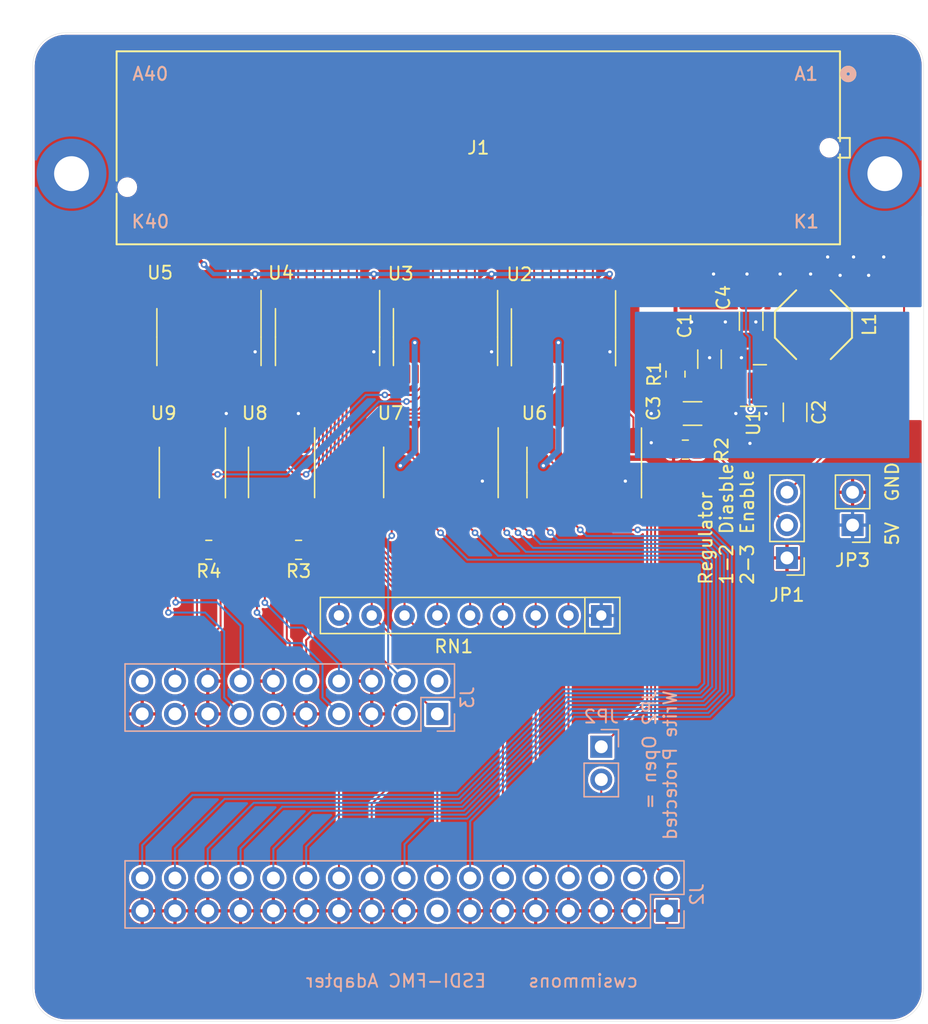
<source format=kicad_pcb>
(kicad_pcb (version 20221018) (generator pcbnew)
  (layers (0 "F.Cu" signal) (31 "B.Cu" signal) (34 "B.Paste" user) (35 "F.Paste" user) (36 "B.SilkS" user "B.Silkscreen") (37 "F.SilkS" user "F.Silkscreen") (38 "B.Mask" user) (39 "F.Mask" user) (44 "Edge.Cuts" user))
  (net 0 "")
  (net 1 "/FMC_12V")
  (net 4 "Net-(U1-SS)")
  (net 7 "GND")
  (net 8 "Net-(U1-VCC)")
  (net 11 "+5V")
  (net 12 "Net-(J1-PadD30)")
  (net 15 "/FMC_VADJ")
  (net 16 "/HEAD3_FMC")
  (net 19 "/HEAD2_FMC")
  (net 20 "/WRITE_GATE_FMC")
  (net 23 "/HEAD0_FMC")
  (net 24 "/HEAD1_FMC")
  (net 27 "/XFER_REQ_FMC")
  (net 28 "/DRIVE0_FMC")
  (net 31 "/DRIVE1_FMC")
  (net 32 "/DRIVE2_FMC")
  (net 34 "/READ_GATE_FMC")
  (net 35 "/CMD_DATA_FMC")
  (net 36 "/AME_FMC")
  (net 37 "/CONFIG_STAT_DATA_FMC")
  (net 39 "/XFER_ACK_FMC")
  (net 41 "/ATTN_FMC")
  (net 42 "/SECTOR_FMC")
  (net 45 "/INDEX_FMC")
  (net 46 "/READY_FMC")
  (net 49 "/DRIVE_SELECTED_FMC")
  (net 52 "/CMD_COMPLETE_FMC")
  (net 55 "/WRITE_CLOCK_FMC")
  (net 58 "/WRITE_DATA_FMC")
  (net 61 "/READ_CLOCK_FMC")
  (net 64 "/READ_DATA_FMC")
  (net 67 "/HEAD3")
  (net 69 "/HEAD2")
  (net 70 "Net-(J2-Pin_6)")
  (net 76 "/CONFIG_STAT_DATA")
  (net 78 "/XFER_ACK")
  (net 80 "/ATTN")
  (net 83 "/HEAD0")
  (net 87 "/SECTOR")
  (net 90 "/HEAD1")
  (net 93 "/INDEX")
  (net 96 "/READY")
  (net 99 "/XFER_REQ")
  (net 102 "/DRIVE0")
  (net 105 "/DRIVE1")
  (net 108 "/DRIVE2")
  (net 111 "/READ_GATE")
  (net 114 "/CMD_DATA")
  (net 117 "/DRIVE_SELECTED")
  (net 119 "/CMD_COMPLETE")
  (net 121 "/AME")
  (net 122 "/WRITE_CLOCK_P")
  (net 123 "/WRITE_CLOCK_N")
  (net 124 "/READ_CLOCK_P")
  (net 125 "/READ_CLOCK_N")
  (net 126 "/WRITE_DATA_P")
  (net 127 "/WRITE_DATA_N")
  (net 128 "/READ_DATA_P")
  (net 129 "/READ_DATA_N")
  (net 131 "Net-(JP1-Pin_2)")
  (net 132 "/WRITE_GATE")
  (net 133 "Net-(U1-LX)")
  (net 136 "Net-(U2-B8)")
  (net 137 "Net-(U2-B7)")
  (net 138 "Net-(U2-B6)")
  (net 139 "Net-(U2-B5)")
  (net 140 "Net-(U2-B4)")
  (net 141 "Net-(U2-B3)")
  (net 142 "Net-(U2-B2)")
  (net 143 "Net-(U2-B1)")
  (net 146 "Net-(U3-B6)")
  (net 147 "Net-(U3-B5)")
  (net 148 "Net-(U3-B4)")
  (net 149 "Net-(U3-B3)")
  (net 150 "Net-(U3-B2)")
  (net 151 "Net-(U3-B1)")
  (net 158 "Net-(U5-B2)")
  (net 159 "Net-(U5-B1)")
  (footprint "Package_SO:TSSOP-24_4.4x7.8mm_P0.65mm" (layer "F.Cu") (at 73.6317 74.3481 -90)
    (fp_text reference "U4")
    (fp_text value "~")
  )
  (footprint "Package_SO:SOIC-14_3.9x8.7mm_P1.27mm" (layer "F.Cu") (at 82.4137 84.8206 -90)
    (fp_text reference "U7")
    (fp_text value "74LS06")
  )
  (footprint "Connector_PinHeader_2.54mm:PinHeader_1x03_P2.54mm_Vertical" (layer "F.Cu") (at 109.22 91.44 180)
    (fp_text reference "JP1")
    (fp_text value "Enable")
  )
  (footprint "Resistor_THT:R_Array_SIP9" (layer "F.Cu") (at 94.8343 95.895 180)
    (fp_text reference "RN1")
    (fp_text value "R_Network08")
  )
  (footprint "Package_SO:SOIC-8_3.9x4.9mm_P1.27mm" (layer "F.Cu") (at 70.0693 84.8206 -90)
    (fp_text reference "U8")
    (fp_text value "~")
  )
  (footprint "Resistor_SMD:R_0805_2012Metric" (layer "F.Cu") (at 100.584 77.216 90)
    (fp_text reference "R1")
    (fp_text value "3p32M")
  )
  (footprint "Package_SO:TSSOP-24_4.4x7.8mm_P0.65mm" (layer "F.Cu") (at 82.7699 74.3481 -90)
    (fp_text reference "U3")
    (fp_text value "~")
  )
  (footprint "Package_DFN_QFN:TDFN-10-1EP_2x3mm_P0.5mm_EP0.9x2mm" (layer "F.Cu") (at 106.6217 78.0976)
    (fp_text reference "U1")
    (fp_text value "MAX17501BxTB")
  )
  (footprint "Package_SO:SOIC-14_3.9x8.7mm_P1.27mm" (layer "F.Cu") (at 93.5135 84.8318 -90)
    (fp_text reference "U6")
    (fp_text value "74LS06")
  )
  (footprint "Resistor_SMD:R_0805_2012Metric" (layer "F.Cu") (at 101.346 83.058)
    (fp_text reference "R2")
    (fp_text value "866k")
  )
  (footprint "Resistor_SMD:R_0805_2012Metric" (layer "F.Cu") (at 71.3882 90.815 180)
    (fp_text reference "R3")
    (fp_text value "105")
  )
  (footprint "Capacitor_SMD:C_1206_3216Metric" (layer "F.Cu") (at 103.2181 76.0594 90)
    (fp_text reference "C1")
    (fp_text value "1u")
  )
  (footprint "custom:CONN_ASP-134604-01_SAI" (layer "F.Cu") (at 85.3093 59.7)
    (fp_text reference "J1")
    (fp_text value "ASP-134604-01")
  )
  (footprint "custom:Inductor_Eaton_SD53" (layer "F.Cu") (at 111.2699 73.3906 90)
    (fp_text reference "L1")
    (fp_text value "47u")
  )
  (footprint "Resistor_SMD:R_0805_2012Metric" (layer "F.Cu") (at 64.4324 90.815 180)
    (fp_text reference "R4")
    (fp_text value "105")
  )
  (footprint "Capacitor_SMD:C_1206_3216Metric" (layer "F.Cu") (at 109.8475 80.1724 -90)
    (fp_text reference "C2")
    (fp_text value "3300p")
  )
  (footprint "Connector_PinHeader_2.54mm:PinHeader_1x02_P2.54mm_Vertical" (layer "F.Cu") (at 114.3 88.9 180)
    (fp_text reference "JP3")
    (fp_text value "5V")
  )
  (footprint "Package_SO:TSSOP-24_4.4x7.8mm_P0.65mm" (layer "F.Cu") (at 64.4461 74.3481 -90)
    (fp_text reference "U5")
    (fp_text value "~")
  )
  (footprint "Package_SO:SOIC-8_3.9x4.9mm_P1.27mm" (layer "F.Cu") (at 63.1605 84.8318 -90)
    (fp_text reference "U9")
    (fp_text value "~")
  )
  (footprint "Package_SO:TSSOP-24_4.4x7.8mm_P0.65mm" (layer "F.Cu") (at 91.9081 74.3635 -90)
    (fp_text reference "U2")
    (fp_text value "~")
  )
  (footprint "Capacitor_SMD:C_1206_3216Metric" (layer "F.Cu") (at 101.9048 80.264 180)
    (fp_text reference "C3")
    (fp_text value "1u")
  )
  (footprint "Capacitor_SMD:C_1206_3216Metric" (layer "F.Cu") (at 106.4439 73.1112 -90)
    (fp_text reference "C4")
    (fp_text value "10u")
  )
  (footprint "Connector_PinHeader_2.54mm:PinHeader_2x10_P2.54mm_Vertical" (layer "B.Cu") (at 82.1343 103.515 90)
    (fp_text reference "J3")
    (fp_text value "Conn_02x10_Odd_Even")
  )
  (footprint "Connector_PinHeader_2.54mm:PinHeader_2x17_P2.54mm_Vertical" (layer "B.Cu") (at 99.9143 118.755 90)
    (fp_text reference "J2")
    (fp_text value "Conn_02x17_Odd_Even")
  )
  (footprint "Connector_PinHeader_2.54mm:PinHeader_1x02_P2.54mm_Vertical" (layer "B.Cu") (at 94.8343 106.055 180)
    (fp_text reference "JP2")
    (fp_text value "WP")
  )
  (gr_arc (start 117.26 50.8) (mid 119.056051 51.543949) (end 119.8 53.34) (stroke (width 0.0254)) (layer "Edge.Cuts"))
  (gr_line (start 119.8 124.76) (end 119.8 53.34) (stroke (width 0.0254)) (layer "Edge.Cuts"))
  (gr_arc (start 53.34 127.3) (mid 51.543949 126.556051) (end 50.8 124.76) (stroke (width 0.0254)) (layer "Edge.Cuts"))
  (gr_arc (start 50.8 53.34) (mid 51.543949 51.543949) (end 53.34 50.8) (stroke (width 0.0254)) (layer "Edge.Cuts"))
  (gr_line (start 53.34 50.8) (end 117.26 50.8) (stroke (width 0.0254)) (layer "Edge.Cuts"))
  (gr_line (start 50.8 124.76) (end 50.8 53.34) (stroke (width 0.0254)) (layer "Edge.Cuts"))
  (gr_line (start 53.34 127.3) (end 117.26 127.3) (stroke (width 0.0254)) (layer "Edge.Cuts"))
  (gr_arc (start 119.8 124.76) (mid 119.056051 126.556051) (end 117.26 127.3) (stroke (width 0.0254)) (layer "Edge.Cuts"))
  (gr_text "JP2 Open =\nWrite Protected" (at 100.7618 101.6 90) (layer "B.SilkS") (effects (font (size 1 1)) (justify left bottom mirror)))
  (gr_text "cwsimmons	ESDI-FMC Adapter" (at 97.7646 124.7648) (layer "B.SilkS") (effects (font (size 1 1)) (justify left bottom mirror)))
  (gr_text "5V" (at 117.9576 90.5764 90) (layer "F.SilkS") (effects (font (size 1 1)) (justify left bottom)))
  (gr_text "Regulator\n1-2 Diasble\n2-3 Enable" (at 106.7308 93.599 90) (layer "F.SilkS") (effects (font (size 1 1)) (justify left bottom)))
  (gr_text "GND" (at 117.9576 87.1728 90) (layer "F.SilkS") (effects (font (size 1 1)) (justify left bottom)))
  (segment (start 111.252 66.3448) (end 109.6264 67.9704) (width 0.3048) (layer "F.Cu") (net 1))
  (segment (start 64.3543 55.5591) (end 66.8943 55.5591) (width 0.3048) (layer "F.Cu") (net 1))
  (segment (start 109.6264 67.9704) (end 101.4984 67.9704) (width 0.3048) (layer "F.Cu") (net 1))
  (segment (start 118.2878 67.3862) (end 117.2464 66.3448) (width 0.1524) (layer "F.Cu") (net 1))
  (segment (start 110.5154 54.864) (end 111.252 55.6006) (width 0.3048) (layer "F.Cu") (net 1))
  (segment (start 66.8943 55.5591) (end 67.564 54.8894) (width 0.3048) (layer "F.Cu") (net 1))
  (segment (start 105.6092 77.5976) (end 103.2813 77.5976) (width 0.254) (layer "F.Cu") (net 1))
  (segment (start 101.4984 67.9704) (end 100.584 68.8848) (width 0.3048) (layer "F.Cu") (net 1))
  (segment (start 103.2813 77.5976) (end 103.2181 77.5344) (width 0.254) (layer "F.Cu") (net 1))
  (segment (start 109.22 86.36) (end 118.2878 77.2922) (width 0.1524) (layer "F.Cu") (net 1))
  (segment (start 64.3543 56.525) (end 64.3543 55.5591) (width 0.3048) (layer "F.Cu") (net 1))
  (segment (start 100.584 68.8848) (end 100.584 76.3035) (width 0.3048) (layer "F.Cu") (net 1))
  (segment (start 101.9872 76.3035) (end 103.2181 77.5344) (width 0.254) (layer "F.Cu") (net 1))
  (segment (start 118.2878 77.2922) (end 118.2878 67.3862) (width 0.1524) (layer "F.Cu") (net 1))
  (segment (start 66.8943 56.525) (end 66.8943 55.5591) (width 0.3048) (layer "F.Cu") (net 1))
  (segment (start 100.584 76.3035) (end 101.9872 76.3035) (width 0.254) (layer "F.Cu") (net 1))
  (segment (start 111.252 55.6006) (end 111.252 66.3448) (width 0.3048) (layer "F.Cu") (net 1))
  (segment (start 67.564 54.864) (end 110.5154 54.864) (width 0.3048) (layer "F.Cu") (net 1))
  (segment (start 67.564 54.8894) (end 67.564 54.864) (width 0.3048) (layer "F.Cu") (net 1))
  (segment (start 117.2464 66.3448) (end 111.252 66.3448) (width 0.1524) (layer "F.Cu") (net 1))
  (segment (start 107.6342 79.0976) (end 109.4473 79.0976) (width 0.254) (layer "F.Cu") (net 4))
  (segment (start 109.4473 79.0976) (end 109.8475 78.6974) (width 0.254) (layer "F.Cu") (net 4))
  (segment (start 89.7035 82.3568) (end 89.7035 83.6583) (width 0.4572) (layer "F.Cu") (net 7))
  (segment (start 103.2181 75.9385) (end 103.2256 75.946) (width 0.1524) (layer "F.Cu") (net 7))
  (segment (start 89.7035 83.6583) (end 90.3478 84.3026) (width 0.4572) (layer "F.Cu") (net 7))
  (segment (start 106.6217 78.0976) (end 106.6217 79.0976) (width 0.254) (layer "F.Cu") (net 7))
  (segment (start 107.1217 77.5976) (end 106.6217 78.0976) (width 0.254) (layer "F.Cu") (net 7))
  (segment (start 107.6342 77.5976) (end 107.1217 77.5976) (width 0.254) (layer "F.Cu") (net 7))
  (segment (start 78.6037 82.3456) (end 78.6037 83.6329) (width 0.4572) (layer "F.Cu") (net 7))
  (segment (start 78.6037 83.6329) (end 79.2734 84.3026) (width 0.4572) (layer "F.Cu") (net 7))
  (via (at 80.391 74.7776) (size 0.508) (drill 0.254) (layers "F.Cu" "B.Cu") (net 7))
  (via (at 105.6894 75.946) (size 0.508) (drill 0.254) (layers "F.Cu" "B.Cu") (net 7))
  (via (at 98.7044 80.264) (size 0.508) (drill 0.254) (layers "F.Cu" "B.Cu") (net 7))
  (via (at 91.5162 74.7776) (size 0.508) (drill 0.254) (layers "F.Cu" "B.Cu") (net 7))
  (via (at 106.807 73.1774) (size 0.508) (drill 0.254) (layers "F.Cu" "B.Cu") (net 7))
  (via (at 105.2576 80.264) (size 0.508) (drill 0.254) (layers "F.Cu" "B.Cu") (net 7))
  (via (at 103.2256 75.946) (size 0.508) (drill 0.254) (layers "F.Cu" "B.Cu") (net 7))
  (via (at 116.8 61.7) (size 5.4) (drill 2.7) (layers "F.Cu" "B.Cu") (net 7))
  (via (at 101.8286 73.1774) (size 0.508) (drill 0.254) (layers "F.Cu" "B.Cu") (net 7))
  (via (at 106.3498 82.5754) (size 0.508) (drill 0.254) (layers "F.Cu" "B.Cu") (net 7))
  (via (at 107.5944 80.264) (size 0.508) (drill 0.254) (layers "F.Cu" "B.Cu") (net 7))
  (via (at 90.3478 84.3026) (size 0.508) (drill 0.254) (layers "F.Cu" "B.Cu") (net 7))
  (via (at 79.2734 84.3026) (size 0.508) (drill 0.254) (layers "F.Cu" "B.Cu") (net 7))
  (via (at 104.4448 73.1774) (size 0.508) (drill 0.254) (layers "F.Cu" "B.Cu") (net 7))
  (via (at 53.8 61.7) (size 5.4) (drill 2.7) (layers "F.Cu" "B.Cu") (net 7))
  (via (at 98.7044 82.5246) (size 0.508) (drill 0.254) (layers "F.Cu" "B.Cu") (net 7))
  (segment (start 79.2734 84.3026) (end 80.3817 83.1943) (width 0.4572) (layer "B.Cu") (net 7))
  (segment (start 91.5162 83.1342) (end 91.5162 74.7776) (width 0.4572) (layer "B.Cu") (net 7))
  (segment (start 90.3478 84.3026) (end 91.5162 83.1342) (width 0.4572) (layer "B.Cu") (net 7))
  (segment (start 80.3817 83.1943) (end 80.3817 74.7869) (width 0.4572) (layer "B.Cu") (net 7))
  (segment (start 80.3817 74.7869) (end 80.391 74.7776) (width 0.4572) (layer "B.Cu") (net 7))
  (segment (start 103.393936 80.264) (end 103.3798 80.264) (width 0.254) (layer "F.Cu") (net 8))
  (segment (start 105.060336 78.5976) (end 103.393936 80.264) (width 0.254) (layer "F.Cu") (net 8))
  (segment (start 105.6092 78.5976) (end 105.060336 78.5976) (width 0.254) (layer "F.Cu") (net 8))
  (segment (start 97.3235 86.1221) (end 96.6978 85.4964) (width 0.4572) (layer "F.Cu") (net 11))
  (segment (start 65.0655 80.9845) (end 65.786 80.264) (width 0.4572) (layer "F.Cu") (net 11))
  (segment (start 94.8331 77.226) (end 94.8331 76.1597) (width 0.254) (layer "F.Cu") (net 11))
  (segment (start 97.3235 87.3068) (end 97.3235 86.1221) (width 0.4572) (layer "F.Cu") (net 11))
  (segment (start 77.2067 75.4981) (end 77.216 75.4888) (width 0.254) (layer "F.Cu") (net 11))
  (segment (start 105.6092 79.117) (end 106.4006 79.9084) (width 0.1524) (layer "F.Cu") (net 11))
  (segment (start 77.2067 77.2106) (end 77.2067 75.4981) (width 0.254) (layer "F.Cu") (net 11))
  (segment (start 65.0655 82.3568) (end 65.0655 80.9845) (width 0.4572) (layer "F.Cu") (net 11))
  (segment (start 68.0211 77.2106) (end 68.0211 75.4889) (width 0.254) (layer "F.Cu") (net 11))
  (segment (start 85.6949 77.2106) (end 85.6949 76.1285) (width 0.254) (layer "F.Cu") (net 11))
  (segment (start 94.8331 76.1597) (end 95.504 75.4888) (width 0.254) (layer "F.Cu") (net 11))
  (segment (start 71.9743 80.8643) (end 71.374 80.264) (width 0.4572) (layer "F.Cu") (net 11))
  (segment (start 71.9743 82.3456) (end 71.9743 80.8643) (width 0.4572) (layer "F.Cu") (net 11))
  (segment (start 67.3711 77.2106) (end 67.3711 76.1389) (width 0.254) (layer "F.Cu") (net 11))
  (segment (start 76.5567 77.2106) (end 76.5567 76.1481) (width 0.254) (layer "F.Cu") (net 11))
  (segment (start 85.6949 76.1285) (end 86.3346 75.4888) (width 0.254) (layer "F.Cu") (net 11))
  (segment (start 86.2237 86.0967) (end 85.6234 85.4964) (width 0.4572) (layer "F.Cu") (net 11))
  (segment (start 76.5567 76.1481) (end 77.216 75.4888) (width 0.254) (layer "F.Cu") (net 11))
  (segment (start 86.3449 77.2106) (end 86.3449 75.4991) (width 0.254) (layer "F.Cu") (net 11))
  (segment (start 95.4831 77.226) (end 95.4831 75.5097) (width 0.254) (layer "F.Cu") (net 11))
  (segment (start 67.3711 76.1389) (end 68.0212 75.4888) (width 0.254) (layer "F.Cu") (net 11))
  (segment (start 105.6092 79.0976) (end 105.6092 79.117) (width 0.1524) (layer "F.Cu") (net 11))
  (segment (start 86.3449 75.4991) (end 86.3346 75.4888) (width 0.254) (layer "F.Cu") (net 11))
  (segment (start 95.4831 75.5097) (end 95.504 75.4888) (width 0.254) (layer "F.Cu") (net 11))
  (segment (start 86.2237 87.2956) (end 86.2237 86.0967) (width 0.4572) (layer "F.Cu") (net 11))
  (segment (start 68.0211 75.4889) (end 68.0212 75.4888) (width 0.254) (layer "F.Cu") (net 11))
  (via (at 108.6866 69.469) (size 0.508) (drill 0.254) (layers "F.Cu" "B.Cu") (net 11))
  (via (at 77.216 75.4888) (size 0.508) (drill 0.254) (layers "F.Cu" "B.Cu") (net 11))
  (via (at 86.3346 75.4888) (size 0.508) (drill 0.254) (layers "F.Cu" "B.Cu") (net 11))
  (via (at 85.6234 85.4964) (size 0.508) (drill 0.254) (layers "F.Cu" "B.Cu") (net 11))
  (via (at 71.374 80.264) (size 0.508) (drill 0.254) (layers "F.Cu" "B.Cu") (net 11))
  (via (at 114.3762 68.1482) (size 0.508) (drill 0.254) (layers "F.Cu" "B.Cu") (net 11))
  (via (at 103.5304 69.469) (size 0.508) (drill 0.254) (layers "F.Cu" "B.Cu") (net 11))
  (via (at 112.3696 68.1482) (size 0.508) (drill 0.254) (layers "F.Cu" "B.Cu") (net 11))
  (via (at 111.0488 69.469) (size 0.508) (drill 0.254) (layers "F.Cu" "B.Cu") (net 11))
  (via (at 116.713 68.1482) (size 0.508) (drill 0.254) (layers "F.Cu" "B.Cu") (net 11))
  (via (at 113.3348 69.5706) (size 0.508) (drill 0.254) (layers "F.Cu" "B.Cu") (net 11))
  (via (at 96.6978 85.4964) (size 0.508) (drill 0.254) (layers "F.Cu" "B.Cu") (net 11))
  (via (at 106.1212 69.469) (size 0.508) (drill 0.254) (layers "F.Cu" "B.Cu") (net 11))
  (via (at 95.504 75.4888) (size 0.508) (drill 0.254) (layers "F.Cu" "B.Cu") (net 11))
  (via (at 106.4006 79.9084) (size 0.508) (drill 0.254) (layers "F.Cu" "B.Cu") (net 11))
  (via (at 68.0212 75.4888) (size 0.508) (drill 0.254) (layers "F.Cu" "B.Cu") (net 11))
  (via (at 65.786 80.264) (size 0.508) (drill 0.254) (layers "F.Cu" "B.Cu") (net 11))
  (via (at 115.5446 69.5706) (size 0.508) (drill 0.254) (layers "F.Cu" "B.Cu") (net 11))
  (segment (start 106.3244 74.3458) (end 106.045 74.0664) (width 0.1524) (layer "B.Cu") (net 11))
  (segment (start 106.045 74.0664) (end 106.045 69.5452) (width 0.1524) (layer "B.Cu") (net 11))
  (segment (start 106.3244 79.8322) (end 106.3244 74.3458) (width 0.1524) (layer "B.Cu") (net 11))
  (segment (start 106.4006 79.9084) (end 106.3244 79.8322) (width 0.1524) (layer "B.Cu") (net 11))
  (segment (start 106.045 69.5452) (end 106.1212 69.469) (width 0.1524) (layer "B.Cu") (net 11))
  (segment (start 71.9743 57.795) (end 73.2443 57.795) (width 0.1524) (layer "F.Cu") (net 12))
  (segment (start 68.0211 69.4691) (end 68.0212 69.469) (width 0.3048) (layer "F.Cu") (net 15))
  (segment (start 77.2067 69.4783) (end 77.216 69.469) (width 0.3048) (layer "F.Cu") (net 15))
  (segment (start 95.4831 69.4735) (end 95.4786 69.469) (width 0.3048) (layer "F.Cu") (net 15))
  (segment (start 64.0588 68.7324) (end 60.5443 65.2179) (width 0.3048) (layer "F.Cu") (net 15))
  (segment (start 94.8331 71.501) (end 94.8331 70.1145) (width 0.3048) (layer "F.Cu") (net 15))
  (segment (start 60.5443 62.875) (end 61.8143 61.605) (width 0.3048) (layer "F.Cu") (net 15))
  (segment (start 86.3449 71.4856) (end 86.3449 69.4793) (width 0.3048) (layer "F.Cu") (net 15))
  (segment (start 68.0211 71.4856) (end 68.0211 69.4691) (width 0.3048) (layer "F.Cu") (net 15))
  (segment (start 85.6949 70.1087) (end 86.3346 69.469) (width 0.3048) (layer "F.Cu") (net 15))
  (segment (start 86.3449 69.4793) (end 86.3346 69.469) (width 0.3048) (layer "F.Cu") (net 15))
  (segment (start 60.5443 65.2179) (end 60.5443 62.875) (width 0.3048) (layer "F.Cu") (net 15))
  (segment (start 95.4831 71.501) (end 95.4831 69.4735) (width 0.3048) (layer "F.Cu") (net 15))
  (segment (start 77.2067 71.4856) (end 77.2067 69.4783) (width 0.3048) (layer "F.Cu") (net 15))
  (segment (start 94.8331 70.1145) (end 95.4786 69.469) (width 0.3048) (layer "F.Cu") (net 15))
  (segment (start 85.6949 71.4856) (end 85.6949 70.1087) (width 0.3048) (layer "F.Cu") (net 15))
  (via (at 95.4786 69.469) (size 0.508) (drill 0.254) (layers "F.Cu" "B.Cu") (net 15))
  (via (at 86.3346 69.469) (size 0.508) (drill 0.254) (layers "F.Cu" "B.Cu") (net 15))
  (via (at 64.0588 68.7324) (size 0.508) (drill 0.254) (layers "F.Cu" "B.Cu") (net 15))
  (via (at 77.216 69.469) (size 0.508) (drill 0.254) (layers "F.Cu" "B.Cu") (net 15))
  (via (at 68.0212 69.469) (size 0.508) (drill 0.254) (layers "F.Cu" "B.Cu") (net 15))
  (segment (start 64.7954 69.469) (end 64.0588 68.7324) (width 0.3048) (layer "B.Cu") (net 15))
  (segment (start 77.216 69.469) (end 68.0212 69.469) (width 0.3048) (layer "B.Cu") (net 15))
  (segment (start 68.0212 69.469) (end 64.7954 69.469) (width 0.3048) (layer "B.Cu") (net 15))
  (segment (start 95.4786 69.469) (end 86.3346 69.469) (width 0.3048) (layer "B.Cu") (net 15))
  (segment (start 86.3346 69.469) (end 77.216 69.469) (width 0.3048) (layer "B.Cu") (net 15))
  (segment (start 96.1043 61.605) (end 95.4693 62.24) (width 0.1524) (layer "F.Cu") (net 16))
  (segment (start 94.1831 66.9552) (end 94.1831 71.501) (width 0.1524) (layer "F.Cu") (net 16))
  (segment (start 95.4693 65.669) (end 94.1831 66.9552) (width 0.1524) (layer "F.Cu") (net 16))
  (segment (start 95.4693 62.24) (end 95.4693 65.669) (width 0.1524) (layer "F.Cu") (net 16))
  (segment (start 94.8343 65.6182) (end 93.5331 66.9194) (width 0.1524) (layer "F.Cu") (net 19))
  (segment (start 93.5331 66.9194) (end 93.5331 71.501) (width 0.1524) (layer "F.Cu") (net 19))
  (segment (start 94.8343 62.875) (end 94.8343 65.6182) (width 0.1524) (layer "F.Cu") (net 19))
  (segment (start 94.1993 62.24) (end 94.1993 65.669) (width 0.1524) (layer "F.Cu") (net 20))
  (segment (start 94.8343 61.605) (end 94.1993 62.24) (width 0.1524) (layer "F.Cu") (net 20))
  (segment (start 92.8831 66.9852) (end 92.8831 71.501) (width 0.1524) (layer "F.Cu") (net 20))
  (segment (start 94.1993 65.669) (end 92.8831 66.9852) (width 0.1524) (layer "F.Cu") (net 20))
  (segment (start 93.5643 65.669) (end 92.2331 67.0002) (width 0.1524) (layer "F.Cu") (net 23))
  (segment (start 93.5643 62.875) (end 93.5643 65.669) (width 0.1524) (layer "F.Cu") (net 23))
  (segment (start 92.2331 67.0002) (end 92.2331 71.501) (width 0.1524) (layer "F.Cu") (net 23))
  (segment (start 91.5831 67.0406) (end 91.5831 71.501) (width 0.1524) (layer "F.Cu") (net 24))
  (segment (start 91.6593 66.9644) (end 91.5831 67.0406) (width 0.1524) (layer "F.Cu") (net 24))
  (segment (start 92.2943 61.605) (end 91.6593 62.24) (width 0.1524) (layer "F.Cu") (net 24))
  (segment (start 91.6593 62.24) (end 91.6593 66.9644) (width 0.1524) (layer "F.Cu") (net 24))
  (segment (start 91.0243 62.875) (end 91.0243 66.9644) (width 0.1524) (layer "F.Cu") (net 27))
  (segment (start 90.9331 67.0556) (end 90.9331 71.501) (width 0.1524) (layer "F.Cu") (net 27))
  (segment (start 91.0243 66.9644) (end 90.9331 67.0556) (width 0.1524) (layer "F.Cu") (net 27))
  (segment (start 90.2831 67.0452) (end 90.2831 71.501) (width 0.1524) (layer "F.Cu") (net 28))
  (segment (start 90.3893 62.24) (end 90.3893 66.939) (width 0.1524) (layer "F.Cu") (net 28))
  (segment (start 91.0243 61.605) (end 90.3893 62.24) (width 0.1524) (layer "F.Cu") (net 28))
  (segment (start 90.3893 66.939) (end 90.2831 67.0452) (width 0.1524) (layer "F.Cu") (net 28))
  (segment (start 89.6331 67.0094) (end 89.6331 71.501) (width 0.1524) (layer "F.Cu") (net 31))
  (segment (start 89.7543 62.875) (end 89.7543 66.8882) (width 0.1524) (layer "F.Cu") (net 31))
  (segment (start 89.7543 66.8882) (end 89.6331 67.0094) (width 0.1524) (layer "F.Cu") (net 31))
  (segment (start 85.0449 68.4734) (end 85.0449 71.4856) (width 0.1524) (layer "F.Cu") (net 32))
  (segment (start 88.4843 61.605) (end 87.8493 62.24) (width 0.1524) (layer "F.Cu") (net 32))
  (segment (start 87.8493 65.669) (end 85.0449 68.4734) (width 0.1524) (layer "F.Cu") (net 32))
  (segment (start 87.8493 62.24) (end 87.8493 65.669) (width 0.1524) (layer "F.Cu") (net 32))
  (segment (start 87.2143 65.669) (end 84.3949 68.4884) (width 0.1524) (layer "F.Cu") (net 34))
  (segment (start 87.2143 62.875) (end 87.2143 65.669) (width 0.1524) (layer "F.Cu") (net 34))
  (segment (start 84.3949 68.4884) (end 84.3949 71.4856) (width 0.1524) (layer "F.Cu") (net 34))
  (segment (start 83.7449 68.5034) (end 83.7449 71.4856) (width 0.1524) (layer "F.Cu") (net 35))
  (segment (start 86.5793 62.24) (end 86.5793 65.669) (width 0.1524) (layer "F.Cu") (net 35))
  (segment (start 87.2143 61.605) (end 86.5793 62.24) (width 0.1524) (layer "F.Cu") (net 35))
  (segment (start 86.5793 65.669) (end 83.7449 68.5034) (width 0.1524) (layer "F.Cu") (net 35))
  (segment (start 85.9443 65.6436) (end 83.0949 68.493) (width 0.1524) (layer "F.Cu") (net 36))
  (segment (start 83.0949 68.493) (end 83.0949 71.4856) (width 0.1524) (layer "F.Cu") (net 36))
  (segment (start 85.9443 62.875) (end 85.9443 65.6436) (width 0.1524) (layer "F.Cu") (net 36))
  (segment (start 76.4193 68.0058) (end 75.9067 68.5184) (width 0.1524) (layer "F.Cu") (net 37))
  (segment (start 75.9067 68.5184) (end 75.9067 71.4856) (width 0.1524) (layer "F.Cu") (net 37))
  (segment (start 76.4193 62.24) (end 76.4193 68.0058) (width 0.1524) (layer "F.Cu") (net 37))
  (segment (start 77.0543 61.605) (end 76.4193 62.24) (width 0.1524) (layer "F.Cu") (net 37))
  (segment (start 75.7843 62.875) (end 75.7843 67.9296) (width 0.1524) (layer "F.Cu") (net 39))
  (segment (start 75.7843 67.9296) (end 75.2567 68.4572) (width 0.1524) (layer "F.Cu") (net 39))
  (segment (start 75.2567 68.4572) (end 75.2567 71.4856) (width 0.1524) (layer "F.Cu") (net 39))
  (segment (start 75.7843 61.605) (end 75.1493 62.24) (width 0.1524) (layer "F.Cu") (net 41))
  (segment (start 74.6067 68.3706) (end 74.6067 71.4856) (width 0.1524) (layer "F.Cu") (net 41))
  (segment (start 75.1493 67.828) (end 74.6067 68.3706) (width 0.1524) (layer "F.Cu") (net 41))
  (segment (start 75.1493 62.24) (end 75.1493 67.828) (width 0.1524) (layer "F.Cu") (net 41))
  (segment (start 74.5143 62.875) (end 74.5143 67.7772) (width 0.1524) (layer "F.Cu") (net 42))
  (segment (start 73.9567 68.3348) (end 73.9567 71.4856) (width 0.1524) (layer "F.Cu") (net 42))
  (segment (start 74.5143 67.7772) (end 73.9567 68.3348) (width 0.1524) (layer "F.Cu") (net 42))
  (segment (start 72.6093 67.6248) (end 73.3067 68.3222) (width 0.1524) (layer "F.Cu") (net 45))
  (segment (start 72.6093 62.24) (end 72.6093 67.6248) (width 0.1524) (layer "F.Cu") (net 45))
  (segment (start 73.3067 68.3222) (end 73.3067 71.4856) (width 0.1524) (layer "F.Cu") (net 45))
  (segment (start 73.2443 61.605) (end 72.6093 62.24) (width 0.1524) (layer "F.Cu") (net 45))
  (segment (start 72.6567 68.4342) (end 71.9743 67.7518) (width 0.1524) (layer "F.Cu") (net 46))
  (segment (start 71.9743 67.7518) (end 71.9743 62.875) (width 0.1524) (layer "F.Cu") (net 46))
  (segment (start 72.6567 71.4856) (end 72.6567 68.4342) (width 0.1524) (layer "F.Cu") (net 46))
  (segment (start 71.3393 67.8788) (end 72.0067 68.5462) (width 0.1524) (layer "F.Cu") (net 49))
  (segment (start 71.3393 62.24) (end 71.3393 67.8788) (width 0.1524) (layer "F.Cu") (net 49))
  (segment (start 71.9743 61.605) (end 71.3393 62.24) (width 0.1524) (layer "F.Cu") (net 49))
  (segment (start 72.0067 68.5462) (end 72.0067 71.4856) (width 0.1524) (layer "F.Cu") (net 49))
  (segment (start 71.3567 68.7344) (end 71.3567 71.4856) (width 0.1524) (layer "F.Cu") (net 52))
  (segment (start 70.7043 62.875) (end 70.7043 68.082) (width 0.1524) (layer "F.Cu") (net 52))
  (segment (start 70.7043 68.082) (end 71.3567 68.7344) (width 0.1524) (layer "F.Cu") (net 52))
  (segment (start 83.4043 67.4724) (end 82.4449 68.4318) (width 0.1524) (layer "F.Cu") (net 55))
  (segment (start 83.4043 62.875) (end 83.4043 67.4724) (width 0.1524) (layer "F.Cu") (net 55))
  (segment (start 82.4449 68.4318) (end 82.4449 71.4856) (width 0.1524) (layer "F.Cu") (net 55))
  (segment (start 79.5943 62.875) (end 79.5943 65.5166) (width 0.1524) (layer "F.Cu") (net 58))
  (segment (start 79.5943 65.5166) (end 79.5689 65.542) (width 0.1524) (layer "F.Cu") (net 58))
  (segment (start 81.7949 67.768) (end 81.7949 71.4856) (width 0.1524) (layer "F.Cu") (net 58))
  (segment (start 79.5689 65.542) (end 81.7949 67.768) (width 0.1524) (layer "F.Cu") (net 58))
  (segment (start 66.7211 67.1376) (end 66.7211 71.4856) (width 0.1524) (layer "F.Cu") (net 61))
  (segment (start 68.1643 62.875) (end 68.1643 65.6944) (width 0.1524) (layer "F.Cu") (net 61))
  (segment (start 68.1643 65.6944) (end 66.7211 67.1376) (width 0.1524) (layer "F.Cu") (net 61))
  (segment (start 66.0711 67.3096) (end 66.0711 71.4856) (width 0.1524) (layer "F.Cu") (net 64))
  (segment (start 64.3543 65.5928) (end 66.0711 67.3096) (width 0.1524) (layer "F.Cu") (net 64))
  (segment (start 64.3543 62.875) (end 64.3543 65.5928) (width 0.1524) (layer "F.Cu") (net 64))
  (segment (start 98.211004 84.1856) (end 98.9999 84.974496) (width 0.1524) (layer "F.Cu") (net 67))
  (segment (start 96.0535 83.3318) (end 96.9073 84.1856) (width 0.1524) (layer "F.Cu") (net 67))
  (segment (start 96.0535 82.3568) (end 96.0535 83.3318) (width 0.1524) (layer "F.Cu") (net 67))
  (segment (start 98.9999 115.3006) (end 99.9143 116.215) (width 0.1524) (layer "F.Cu") (net 67))
  (segment (start 96.9073 84.1856) (end 98.211004 84.1856) (width 0.1524) (layer "F.Cu") (net 67))
  (segment (start 98.9999 84.974496) (end 98.9999 115.3006) (width 0.1524) (layer "F.Cu") (net 67))
  (segment (start 98.6951 114.8942) (end 97.3743 116.215) (width 0.1524) (layer "F.Cu") (net 69))
  (segment (start 93.5135 82.3568) (end 93.5135 83.3728) (width 0.1524) (layer "F.Cu") (net 69))
  (segment (start 98.6951 85.100748) (end 98.6951 114.8942) (width 0.1524) (layer "F.Cu") (net 69))
  (segment (start 93.5135 83.3728) (end 94.6311 84.4904) (width 0.1524) (layer "F.Cu") (net 69))
  (segment (start 98.084752 84.4904) (end 98.6951 85.100748) (width 0.1524) (layer "F.Cu") (net 69))
  (segment (start 94.6311 84.4904) (end 98.084752 84.4904) (width 0.1524) (layer "F.Cu") (net 69))
  (segment (start 94.8343 108.595) (end 94.8343 116.215) (width 0.1524) (layer "F.Cu") (net 70))
  (segment (start 92.2943 95.895) (end 92.2943 116.215) (width 0.1524) (layer "F.Cu") (net 76))
  (segment (start 75.0985 88.000836) (end 79.309664 92.212) (width 0.1524) (layer "F.Cu") (net 76))
  (segment (start 79.309664 92.212) (end 91.2529 92.212) (width 0.1524) (layer "F.Cu") (net 76))
  (segment (start 75.2567 78.3886) (end 75.0985 78.5468) (width 0.1524) (layer "F.Cu") (net 76))
  (segment (start 75.0985 78.5468) (end 75.0985 88.000836) (width 0.1524) (layer "F.Cu") (net 76))
  (segment (start 92.2943 93.2534) (end 92.2943 95.895) (width 0.1524) (layer "F.Cu") (net 76))
  (segment (start 91.2529 92.212) (end 92.2943 93.2534) (width 0.1524) (layer "F.Cu") (net 76))
  (segment (start 75.2567 77.2106) (end 75.2567 78.3886) (width 0.1524) (layer "F.Cu") (net 76))
  (segment (start 74.6067 77.2106) (end 74.6067 77.9481) (width 0.1524) (layer "F.Cu") (net 78))
  (segment (start 74.6067 77.9481) (end 74.7937 78.1351) (width 0.1524) (layer "F.Cu") (net 78))
  (segment (start 88.7129 92.5168) (end 89.7543 93.5582) (width 0.1524) (layer "F.Cu") (net 78))
  (segment (start 89.7543 93.5582) (end 89.7543 95.895) (width 0.1524) (layer "F.Cu") (net 78))
  (segment (start 74.7937 88.127088) (end 79.183412 92.5168) (width 0.1524) (layer "F.Cu") (net 78))
  (segment (start 79.183412 92.5168) (end 88.7129 92.5168) (width 0.1524) (layer "F.Cu") (net 78))
  (segment (start 74.7937 78.1351) (end 74.7937 88.127088) (width 0.1524) (layer "F.Cu") (net 78))
  (segment (start 89.7543 95.895) (end 89.7543 116.215) (width 0.1524) (layer "F.Cu") (net 78))
  (segment (start 74.4889 78.699248) (end 74.4889 88.25334) (width 0.1524) (layer "F.Cu") (net 80))
  (segment (start 85.8935 92.8216) (end 87.2143 94.1424) (width 0.1524) (layer "F.Cu") (net 80))
  (segment (start 74.4889 88.25334) (end 79.05716 92.8216) (width 0.1524) (layer "F.Cu") (net 80))
  (segment (start 87.2143 94.1424) (end 87.2143 95.895) (width 0.1524) (layer "F.Cu") (net 80))
  (segment (start 79.05716 92.8216) (end 85.8935 92.8216) (width 0.1524) (layer "F.Cu") (net 80))
  (segment (start 73.9567 78.167048) (end 74.4889 78.699248) (width 0.1524) (layer "F.Cu") (net 80))
  (segment (start 87.2143 95.895) (end 87.2143 116.215) (width 0.1524) (layer "F.Cu") (net 80))
  (segment (start 73.9567 77.2106) (end 73.9567 78.167048) (width 0.1524) (layer "F.Cu") (net 80))
  (segment (start 95.7673 89.2656) (end 97.6537 89.2656) (width 0.1524) (layer "F.Cu") (net 83))
  (segment (start 94.7835 88.2818) (end 95.7673 89.2656) (width 0.1524) (layer "F.Cu") (net 83))
  (segment (start 94.7835 87.3068) (end 94.7835 88.2818) (width 0.1524) (layer "F.Cu") (net 83))
  (via (at 97.6537 89.2656) (size 0.508) (drill 0.254) (layers "F.Cu" "B.Cu") (net 83))
  (segment (start 84.6743 111.8208) (end 84.6743 116.215) (width 0.1524) (layer "B.Cu") (net 83))
  (segment (start 97.6537 89.2656) (end 103.2417 89.2656) (width 0.1524) (layer "B.Cu") (net 83))
  (segment (start 92.7515 103.7436) (end 84.6743 111.8208) (width 0.1524) (layer "B.Cu") (net 83))
  (segment (start 103.2417 89.2656) (end 104.9435 90.9674) (width 0.1524) (layer "B.Cu") (net 83))
  (segment (start 104.9435 90.9674) (end 104.9435 102.0418) (width 0.1524) (layer "B.Cu") (net 83))
  (segment (start 104.9435 102.0418) (end 103.2417 103.7436) (width 0.1524) (layer "B.Cu") (net 83))
  (segment (start 103.2417 103.7436) (end 92.7515 103.7436) (width 0.1524) (layer "B.Cu") (net 83))
  (segment (start 73.3067 77.9481) (end 74.1841 78.8255) (width 0.1524) (layer "F.Cu") (net 87))
  (segment (start 74.1841 78.8255) (end 74.1841 88.379592) (width 0.1524) (layer "F.Cu") (net 87))
  (segment (start 83.4043 107.8838) (end 82.1343 109.1538) (width 0.1524) (layer "F.Cu") (net 87))
  (segment (start 78.930908 93.1264) (end 83.5567 93.1264) (width 0.1524) (layer "F.Cu") (net 87))
  (segment (start 83.5567 93.1264) (end 84.6743 94.244) (width 0.1524) (layer "F.Cu") (net 87))
  (segment (start 82.1343 109.1538) (end 82.1343 116.215) (width 0.1524) (layer "F.Cu") (net 87))
  (segment (start 85.4871 96.7078) (end 85.4871 105.799504) (width 0.1524) (layer "F.Cu") (net 87))
  (segment (start 84.6743 94.244) (end 84.6743 95.895) (width 0.1524) (layer "F.Cu") (net 87))
  (segment (start 73.3067 77.2106) (end 73.3067 77.9481) (width 0.1524) (layer "F.Cu") (net 87))
  (segment (start 85.4871 105.799504) (end 83.4043 107.882304) (width 0.1524) (layer "F.Cu") (net 87))
  (segment (start 74.1841 88.379592) (end 78.930908 93.1264) (width 0.1524) (layer "F.Cu") (net 87))
  (segment (start 83.4043 107.882304) (end 83.4043 107.8838) (width 0.1524) (layer "F.Cu") (net 87))
  (segment (start 84.6743 95.895) (end 85.4871 96.7078) (width 0.1524) (layer "F.Cu") (net 87))
  (segment (start 92.2435 87.3068) (end 92.2435 88.3004) (width 0.1524) (layer "F.Cu") (net 90))
  (segment (start 92.2435 88.3004) (end 93.2087 89.2656) (width 0.1524) (layer "F.Cu") (net 90))
  (via (at 93.2087 89.2656) (size 0.508) (drill 0.254) (layers "F.Cu" "B.Cu") (net 90))
  (segment (start 103.115448 103.4388) (end 92.625248 103.4388) (width 0.1524) (layer "B.Cu") (net 90))
  (segment (start 93.2087 89.2656) (end 93.6913 89.7482) (width 0.1524) (layer "B.Cu") (net 90))
  (segment (start 81.5755 111.6176) (end 79.5943 113.5988) (width 0.1524) (layer "B.Cu") (net 90))
  (segment (start 104.6387 101.915548) (end 103.115448 103.4388) (width 0.1524) (layer "B.Cu") (net 90))
  (segment (start 79.5943 113.5988) (end 79.5943 116.215) (width 0.1524) (layer "B.Cu") (net 90))
  (segment (start 104.6387 91.093652) (end 104.6387 101.915548) (width 0.1524) (layer "B.Cu") (net 90))
  (segment (start 93.6913 89.7482) (end 103.293248 89.7482) (width 0.1524) (layer "B.Cu") (net 90))
  (segment (start 103.293248 89.7482) (end 104.6387 91.093652) (width 0.1524) (layer "B.Cu") (net 90))
  (segment (start 84.446448 111.6176) (end 81.5755 111.6176) (width 0.1524) (layer "B.Cu") (net 90))
  (segment (start 92.625248 103.4388) (end 84.446448 111.6176) (width 0.1524) (layer "B.Cu") (net 90))
  (segment (start 83.301952 107.5536) (end 79.9753 107.5536) (width 0.1524) (layer "F.Cu") (net 93))
  (segment (start 79.9753 107.5536) (end 77.0543 110.4746) (width 0.1524) (layer "F.Cu") (net 93))
  (segment (start 77.0543 110.4746) (end 77.0543 116.215) (width 0.1524) (layer "F.Cu") (net 93))
  (segment (start 72.6567 77.2106) (end 72.6567 77.9481) (width 0.1524) (layer "F.Cu") (net 93))
  (segment (start 81.0675 93.4312) (end 82.1343 94.498) (width 0.1524) (layer "F.Cu") (net 93))
  (segment (start 85.1823 105.673252) (end 83.301952 107.5536) (width 0.1524) (layer "F.Cu") (net 93))
  (segment (start 78.804656 93.4312) (end 81.0675 93.4312) (width 0.1524) (layer "F.Cu") (net 93))
  (segment (start 72.6567 77.9481) (end 73.8793 79.1707) (width 0.1524) (layer "F.Cu") (net 93))
  (segment (start 82.1343 94.498) (end 82.1343 95.895) (width 0.1524) (layer "F.Cu") (net 93))
  (segment (start 73.8793 79.1707) (end 73.8793 88.505844) (width 0.1524) (layer "F.Cu") (net 93))
  (segment (start 82.1343 95.895) (end 85.1823 98.943) (width 0.1524) (layer "F.Cu") (net 93))
  (segment (start 73.8793 88.505844) (end 78.804656 93.4312) (width 0.1524) (layer "F.Cu") (net 93))
  (segment (start 85.1823 98.943) (end 85.1823 105.673252) (width 0.1524) (layer "F.Cu") (net 93))
  (segment (start 84.2933 98.689) (end 84.8775 99.2732) (width 0.1524) (layer "F.Cu") (net 96))
  (segment (start 82.3883 98.689) (end 84.2933 98.689) (width 0.1524) (layer "F.Cu") (net 96))
  (segment (start 72.0067 77.9481) (end 73.5745 79.5159) (width 0.1524) (layer "F.Cu") (net 96))
  (segment (start 72.0067 77.2106) (end 72.0067 77.9481) (width 0.1524) (layer "F.Cu") (net 96))
  (segment (start 79.5943 95.895) (end 82.3883 98.689) (width 0.1524) (layer "F.Cu") (net 96))
  (segment (start 84.8775 99.2732) (end 84.8775 105.547) (width 0.1524) (layer "F.Cu") (net 96))
  (segment (start 79.5943 94.651896) (end 79.5943 95.895) (width 0.1524) (layer "F.Cu") (net 96))
  (segment (start 83.7345 106.69) (end 76.7749 106.69) (width 0.1524) (layer "F.Cu") (net 96))
  (segment (start 74.5143 108.9506) (end 74.5143 116.215) (width 0.1524) (layer "F.Cu") (net 96))
  (segment (start 73.5745 79.5159) (end 73.5745 88.632096) (width 0.1524) (layer "F.Cu") (net 96))
  (segment (start 73.5745 88.632096) (end 79.5943 94.651896) (width 0.1524) (layer "F.Cu") (net 96))
  (segment (start 84.8775 105.547) (end 83.7345 106.69) (width 0.1524) (layer "F.Cu") (net 96))
  (segment (start 76.7749 106.69) (end 74.5143 108.9506) (width 0.1524) (layer "F.Cu") (net 96))
  (segment (start 90.8905 89.4688) (end 90.8973 89.4688) (width 0.1524) (layer "F.Cu") (net 99))
  (segment (start 89.7035 87.3068) (end 89.7035 88.2818) (width 0.1524) (layer "F.Cu") (net 99))
  (segment (start 89.7035 88.2818) (end 90.8905 89.4688) (width 0.1524) (layer "F.Cu") (net 99))
  (via (at 90.8973 89.4688) (size 0.508) (drill 0.254) (layers "F.Cu" "B.Cu") (net 99))
  (segment (start 90.8973 89.4688) (end 91.4815 90.053) (width 0.1524) (layer "B.Cu") (net 99))
  (segment (start 103.166996 90.053) (end 104.3339 91.219904) (width 0.1524) (layer "B.Cu") (net 99))
  (segment (start 91.4815 90.053) (end 103.166996 90.053) (width 0.1524) (layer "B.Cu") (net 99))
  (segment (start 74.4381 111.3128) (end 71.9743 113.7766) (width 0.1524) (layer "B.Cu") (net 99))
  (segment (start 102.989196 103.134) (end 92.498996 103.134) (width 0.1524) (layer "B.Cu") (net 99))
  (segment (start 84.320196 111.3128) (end 74.4381 111.3128) (width 0.1524) (layer "B.Cu") (net 99))
  (segment (start 71.9743 113.7766) (end 71.9743 116.215) (width 0.1524) (layer "B.Cu") (net 99))
  (segment (start 104.3339 91.219904) (end 104.3339 101.789296) (width 0.1524) (layer "B.Cu") (net 99))
  (segment (start 92.498996 103.134) (end 84.320196 111.3128) (width 0.1524) (layer "B.Cu") (net 99))
  (segment (start 104.3339 101.789296) (end 102.989196 103.134) (width 0.1524) (layer "B.Cu") (net 99))
  (segment (start 84.9537 82.840896) (end 87.9255 85.812696) (width 0.1524) (layer "F.Cu") (net 102))
  (segment (start 87.9255 88.1734) (end 89.2463 89.4942) (width 0.1524) (layer "F.Cu") (net 102))
  (segment (start 84.9537 82.3456) (end 84.9537 82.840896) (width 0.1524) (layer "F.Cu") (net 102))
  (segment (start 87.9255 85.812696) (end 87.9255 86.7764) (width 0.1524) (layer "F.Cu") (net 102))
  (segment (start 87.9255 86.7764) (end 87.9255 88.1734) (width 0.1524) (layer "F.Cu") (net 102))
  (via (at 89.2463 89.4942) (size 0.508) (drill 0.254) (layers "F.Cu" "B.Cu") (net 102))
  (segment (start 90.1099 90.3578) (end 103.040744 90.3578) (width 0.1524) (layer "B.Cu") (net 102))
  (segment (start 89.2463 89.4942) (end 90.1099 90.3578) (width 0.1524) (layer "B.Cu") (net 102))
  (segment (start 103.040744 90.3578) (end 104.0291 91.346156) (width 0.1524) (layer "B.Cu") (net 102))
  (segment (start 102.862944 102.8292) (end 92.372744 102.8292) (width 0.1524) (layer "B.Cu") (net 102))
  (segment (start 84.193944 111.008) (end 72.3807 111.008) (width 0.1524) (layer "B.Cu") (net 102))
  (segment (start 92.372744 102.8292) (end 84.193944 111.008) (width 0.1524) (layer "B.Cu") (net 102))
  (segment (start 69.4343 113.9544) (end 69.4343 116.215) (width 0.1524) (layer "B.Cu") (net 102))
  (segment (start 72.3807 111.008) (end 69.4343 113.9544) (width 0.1524) (layer "B.Cu") (net 102))
  (segment (start 104.0291 91.346156) (end 104.0291 101.663044) (width 0.1524) (layer "B.Cu") (net 102))
  (segment (start 104.0291 101.663044) (end 102.862944 102.8292) (width 0.1524) (layer "B.Cu") (net 102))
  (segment (start 87.6207 85.938948) (end 87.6207 88.656) (width 0.1524) (layer "F.Cu") (net 105))
  (segment (start 88.3827 89.418) (end 88.3827 89.4942) (width 0.1524) (layer "F.Cu") (net 105))
  (segment (start 83.6089 84.5158) (end 86.197552 84.5158) (width 0.1524) (layer "F.Cu") (net 105))
  (segment (start 82.4137 83.3206) (end 83.6089 84.5158) (width 0.1524) (layer "F.Cu") (net 105))
  (segment (start 86.197552 84.5158) (end 87.6207 85.938948) (width 0.1524) (layer "F.Cu") (net 105))
  (segment (start 82.4137 82.3456) (end 82.4137 83.3206) (width 0.1524) (layer "F.Cu") (net 105))
  (segment (start 87.6207 88.656) (end 88.3827 89.418) (width 0.1524) (layer "F.Cu") (net 105))
  (via (at 88.3827 89.4942) (size 0.508) (drill 0.254) (layers "F.Cu" "B.Cu") (net 105))
  (segment (start 84.067692 110.7032) (end 70.1201 110.7032) (width 0.1524) (layer "B.Cu") (net 105))
  (segment (start 102.736692 102.5244) (end 92.246492 102.5244) (width 0.1524) (layer "B.Cu") (net 105))
  (segment (start 92.246492 102.5244) (end 84.067692 110.7032) (width 0.1524) (layer "B.Cu") (net 105))
  (segment (start 103.7243 101.536792) (end 102.736692 102.5244) (width 0.1524) (layer "B.Cu") (net 105))
  (segment (start 88.3827 89.4942) (end 89.5511 90.6626) (width 0.1524) (layer "B.Cu") (net 105))
  (segment (start 70.1201 110.7032) (end 66.8943 113.929) (width 0.1524) (layer "B.Cu") (net 105))
  (segment (start 89.5511 90.6626) (end 102.9115 90.6626) (width 0.1524) (layer "B.Cu") (net 105))
  (segment (start 102.9115 90.6626) (end 103.7243 91.4754) (width 0.1524) (layer "B.Cu") (net 105))
  (segment (start 103.7243 91.4754) (end 103.7243 101.536792) (width 0.1524) (layer "B.Cu") (net 105))
  (segment (start 66.8943 113.929) (end 66.8943 116.215) (width 0.1524) (layer "B.Cu") (net 105))
  (segment (start 87.3159 86.0652) (end 87.3159 89.0116) (width 0.1524) (layer "F.Cu") (net 108))
  (segment (start 87.3159 89.0116) (end 87.3159 89.291) (width 0.1524) (layer "F.Cu") (net 108))
  (segment (start 87.3159 89.291) (end 87.5191 89.4942) (width 0.1524) (layer "F.Cu") (net 108))
  (segment (start 81.3737 84.8206) (end 82.3883 84.8206) (width 0.1524) (layer "F.Cu") (net 108))
  (segment (start 79.8737 83.3206) (end 81.3737 84.8206) (width 0.1524) (layer "F.Cu") (net 108))
  (segment (start 86.0713 84.8206) (end 87.3159 86.0652) (width 0.1524) (layer "F.Cu") (net 108))
  (segment (start 82.3883 84.8206) (end 86.0713 84.8206) (width 0.1524) (layer "F.Cu") (net 108))
  (segment (start 79.8737 82.3456) (end 79.8737 83.3206) (width 0.1524) (layer "F.Cu") (net 108))
  (via (at 87.5191 89.4942) (size 0.508) (drill 0.254) (layers "F.Cu" "B.Cu") (net 108))
  (segment (start 67.9103 110.3984) (end 64.3543 113.9544) (width 0.1524) (layer "B.Cu") (net 108))
  (segment (start 87.5191 89.4942) (end 88.9923 90.9674) (width 0.1524) (layer "B.Cu") (net 108))
  (segment (start 64.3543 113.9544) (end 64.3543 116.215) (width 0.1524) (layer "B.Cu") (net 108))
  (segment (start 102.61044 102.2196) (end 92.12024 102.2196) (width 0.1524) (layer "B.Cu") (net 108))
  (segment (start 88.9923 90.9674) (end 102.785248 90.9674) (width 0.1524) (layer "B.Cu") (net 108))
  (segment (start 103.4195 101.41054) (end 102.61044 102.2196) (width 0.1524) (layer "B.Cu") (net 108))
  (segment (start 83.94144 110.3984) (end 67.9103 110.3984) (width 0.1524) (layer "B.Cu") (net 108))
  (segment (start 102.785248 90.9674) (end 103.4195 91.601652) (width 0.1524) (layer "B.Cu") (net 108))
  (segment (start 103.4195 91.601652) (end 103.4195 101.41054) (width 0.1524) (layer "B.Cu") (net 108))
  (segment (start 92.12024 102.2196) (end 83.94144 110.3984) (width 0.1524) (layer "B.Cu") (net 108))
  (segment (start 83.6837 88.1226) (end 85.0553 89.4942) (width 0.1524) (layer "F.Cu") (net 111))
  (segment (start 83.6837 87.2956) (end 83.6837 88.1226) (width 0.1524) (layer "F.Cu") (net 111))
  (via (at 85.0553 89.4942) (size 0.508) (drill 0.254) (layers "F.Cu" "B.Cu") (net 111))
  (segment (start 86.8333 91.2722) (end 102.658996 91.2722) (width 0.1524) (layer "B.Cu") (net 111))
  (segment (start 65.6497 110.0936) (end 61.8143 113.929) (width 0.1524) (layer "B.Cu") (net 111))
  (segment (start 85.0553 89.4942) (end 86.8333 91.2722) (width 0.1524) (layer "B.Cu") (net 111))
  (segment (start 91.993988 101.9148) (end 83.815188 110.0936) (width 0.1524) (layer "B.Cu") (net 111))
  (segment (start 103.1147 101.284288) (end 102.484188 101.9148) (width 0.1524) (layer "B.Cu") (net 111))
  (segment (start 61.8143 113.929) (end 61.8143 116.215) (width 0.1524) (layer "B.Cu") (net 111))
  (segment (start 102.658996 91.2722) (end 103.1147 91.727904) (width 0.1524) (layer "B.Cu") (net 111))
  (segment (start 103.1147 91.727904) (end 103.1147 101.284288) (width 0.1524) (layer "B.Cu") (net 111))
  (segment (start 102.484188 101.9148) (end 91.993988 101.9148) (width 0.1524) (layer "B.Cu") (net 111))
  (segment (start 83.815188 110.0936) (end 65.6497 110.0936) (width 0.1524) (layer "B.Cu") (net 111))
  (segment (start 81.1437 88.2496) (end 82.3883 89.4942) (width 0.1524) (layer "F.Cu") (net 114))
  (segment (start 81.1437 87.2956) (end 81.1437 88.2496) (width 0.1524) (layer "F.Cu") (net 114))
  (via (at 82.3883 89.4942) (size 0.508) (drill 0.254) (layers "F.Cu" "B.Cu") (net 114))
  (segment (start 102.357936 101.61) (end 91.867736 101.61) (width 0.1524) (layer "B.Cu") (net 114))
  (segment (start 83.688936 109.7888) (end 63.1605 109.7888) (width 0.1524) (layer "B.Cu") (net 114))
  (segment (start 59.2743 113.675) (end 59.2743 116.215) (width 0.1524) (layer "B.Cu") (net 114))
  (segment (start 82.3883 89.4942) (end 84.4711 91.577) (width 0.1524) (layer "B.Cu") (net 114))
  (segment (start 84.4711 91.577) (end 102.532744 91.577) (width 0.1524) (layer "B.Cu") (net 114))
  (segment (start 102.8099 91.854156) (end 102.8099 101.158036) (width 0.1524) (layer "B.Cu") (net 114))
  (segment (start 63.1605 109.7888) (end 59.2743 113.675) (width 0.1524) (layer "B.Cu") (net 114))
  (segment (start 102.8099 101.158036) (end 102.357936 101.61) (width 0.1524) (layer "B.Cu") (net 114))
  (segment (start 102.532744 91.577) (end 102.8099 91.854156) (width 0.1524) (layer "B.Cu") (net 114))
  (segment (start 91.867736 101.61) (end 83.688936 109.7888) (width 0.1524) (layer "B.Cu") (net 114))
  (segment (start 77.0543 95.895) (end 80.8643 99.705) (width 0.1524) (layer "F.Cu") (net 117))
  (segment (start 71.3567 77.2106) (end 71.3567 77.9481) (width 0.1524) (layer "F.Cu") (net 117))
  (segment (start 80.8643 102.245) (end 82.1343 103.515) (width 0.1524) (layer "F.Cu") (net 117))
  (segment (start 73.2697 88.758348) (end 77.0543 92.542948) (width 0.1524) (layer "F.Cu") (net 117))
  (segment (start 77.0543 92.542948) (end 77.0543 95.895) (width 0.1524) (layer "F.Cu") (net 117))
  (segment (start 71.3567 77.9481) (end 73.2697 79.8611) (width 0.1524) (layer "F.Cu") (net 117))
  (segment (start 73.2697 79.8611) (end 73.2697 88.758348) (width 0.1524) (layer "F.Cu") (net 117))
  (segment (start 80.8643 99.705) (end 80.8643 102.245) (width 0.1524) (layer "F.Cu") (net 117))
  (segment (start 72.9649 80.2063) (end 72.9649 88.8846) (width 0.1524) (layer "F.Cu") (net 119))
  (segment (start 78.3243 102.245) (end 79.5943 103.515) (width 0.1524) (layer "F.Cu") (net 119))
  (segment (start 78.3243 99.705) (end 78.3243 102.245) (width 0.1524) (layer "F.Cu") (net 119))
  (segment (start 70.7067 77.2106) (end 70.7067 77.9481) (width 0.1524) (layer "F.Cu") (net 119))
  (segment (start 74.5143 95.895) (end 78.3243 99.705) (width 0.1524) (layer "F.Cu") (net 119))
  (segment (start 74.5143 90.434) (end 74.5143 95.895) (width 0.1524) (layer "F.Cu") (net 119))
  (segment (start 70.7067 77.9481) (end 72.9649 80.2063) (width 0.1524) (layer "F.Cu") (net 119))
  (segment (start 72.9649 88.8846) (end 74.5143 90.434) (width 0.1524) (layer "F.Cu") (net 119))
  (segment (start 78.6037 87.2956) (end 78.6037 89.7228) (width 0.1524) (layer "F.Cu") (net 121))
  (via (at 78.6037 89.7228) (size 0.508) (drill 0.254) (layers "F.Cu" "B.Cu") (net 121))
  (segment (start 78.3243 90.0022) (end 78.3243 99.705) (width 0.1524) (layer "B.Cu") (net 121))
  (segment (start 78.6037 89.7228) (end 78.3243 90.0022) (width 0.1524) (layer "B.Cu") (net 121))
  (segment (start 78.3243 99.705) (end 79.5943 100.975) (width 0.1524) (layer "B.Cu") (net 121))
  (segment (start 68.1643 87.2956) (end 68.1643 95.6664) (width 0.1524) (layer "F.Cu") (net 122))
  (via (at 68.1643 95.6664) (size 0.508) (drill 0.254) (layers "F.Cu" "B.Cu") (net 122))
  (segment (start 71.6187 98.0286) (end 73.2443 99.6542) (width 0.1524) (layer "B.Cu") (net 122))
  (segment (start 70.5265 98.0286) (end 71.6187 98.0286) (width 0.1524) (layer "B.Cu") (net 122))
  (segment (start 73.2443 102.245) (end 74.5143 103.515) (width 0.1524) (layer "B.Cu") (net 122))
  (segment (start 73.2443 99.6542) (end 73.2443 102.245) (width 0.1524) (layer "B.Cu") (net 122))
  (segment (start 68.1643 95.6664) (end 70.5265 98.0286) (width 0.1524) (layer "B.Cu") (net 122))
  (segment (start 68.7739 89.3164) (end 68.7739 94.9044) (width 0.1524) (layer "F.Cu") (net 123))
  (segment (start 69.4343 88.656) (end 68.7739 89.3164) (width 0.1524) (layer "F.Cu") (net 123))
  (segment (start 69.4343 87.2956) (end 69.4343 88.656) (width 0.1524) (layer "F.Cu") (net 123))
  (via (at 68.7739 94.9044) (size 0.508) (drill 0.254) (layers "F.Cu" "B.Cu") (net 123))
  (segment (start 71.6695 96.8348) (end 74.5143 99.6796) (width 0.1524) (layer "B.Cu") (net 123))
  (segment (start 74.5143 99.6796) (end 74.5143 100.975) (width 0.1524) (layer "B.Cu") (net 123))
  (segment (start 70.7043 96.8348) (end 71.6695 96.8348) (width 0.1524) (layer "B.Cu") (net 123))
  (segment (start 68.7739 94.9044) (end 70.7043 96.8348) (width 0.1524) (layer "B.Cu") (net 123))
  (segment (start 71.9743 87.2956) (end 71.9743 90.4886) (width 0.1524) (layer "F.Cu") (net 124))
  (segment (start 71.9743 97.8) (end 71.9743 100.975) (width 0.1524) (layer "F.Cu") (net 124))
  (segment (start 72.3007 90.815) (end 72.3007 97.4736) (width 0.1524) (layer "F.Cu") (net 124))
  (segment (start 72.3007 97.4736) (end 71.9743 97.8) (width 0.1524) (layer "F.Cu") (net 124))
  (segment (start 71.9743 90.4886) (end 72.3007 90.815) (width 0.1524) (layer "F.Cu") (net 124))
  (segment (start 70.7043 90.5864) (end 70.4757 90.815) (width 0.1524) (layer "F.Cu") (net 125))
  (segment (start 70.7043 102.245) (end 69.4343 103.515) (width 0.1524) (layer "F.Cu") (net 125))
  (segment (start 70.4757 97.6984) (end 70.7043 97.927) (width 0.1524) (layer "F.Cu") (net 125))
  (segment (start 70.4757 90.815) (end 70.4757 97.6984) (width 0.1524) (layer "F.Cu") (net 125))
  (segment (start 70.7043 87.2956) (end 70.7043 90.5864) (width 0.1524) (layer "F.Cu") (net 125))
  (segment (start 70.7043 97.927) (end 70.7043 102.245) (width 0.1524) (layer "F.Cu") (net 125))
  (segment (start 61.2555 95.6156) (end 61.3063 95.6664) (width 0.1524) (layer "F.Cu") (net 126))
  (segment (start 61.2555 87.3068) (end 61.2555 95.6156) (width 0.1524) (layer "F.Cu") (net 126))
  (via (at 61.3063 95.6664) (size 0.508) (drill 0.254) (layers "F.Cu" "B.Cu") (net 126))
  (segment (start 65.6243 102.245) (end 66.8943 103.515) (width 0.1524) (layer "B.Cu") (net 126))
  (segment (start 61.3063 95.6664) (end 64.1511 95.6664) (width 0.1524) (layer "B.Cu") (net 126))
  (segment (start 64.1511 95.6664) (end 65.6243 97.1396) (width 0.1524) (layer "B.Cu") (net 126))
  (segment (start 65.6243 97.1396) (end 65.6243 102.245) (width 0.1524) (layer "B.Cu") (net 126))
  (segment (start 61.8651 94.0154) (end 61.8651 94.879) (width 0.1524) (layer "F.Cu") (net 127))
  (segment (start 62.5255 87.3068) (end 62.5255 88.5798) (width 0.1524) (layer "F.Cu") (net 127))
  (segment (start 62.5255 88.5798) (end 61.8651 89.2402) (width 0.1524) (layer "F.Cu") (net 127))
  (segment (start 61.8651 89.2402) (end 61.8651 94.0154) (width 0.1524) (layer "F.Cu") (net 127))
  (via (at 61.8651 94.879) (size 0.508) (drill 0.254) (layers "F.Cu" "B.Cu") (net 127))
  (segment (start 66.8943 96.7078) (end 66.8943 100.975) (width 0.1524) (layer "B.Cu") (net 127))
  (segment (start 61.8651 94.879) (end 65.0655 94.879) (width 0.1524) (layer "B.Cu") (net 127))
  (segment (start 65.0655 94.879) (end 66.8943 96.7078) (width 0.1524) (layer "B.Cu") (net 127))
  (segment (start 65.3449 96.7332) (end 63.0843 98.9938) (width 0.1524) (layer "F.Cu") (net 128))
  (segment (start 65.3449 90.815) (end 65.3449 96.7332) (width 0.1524) (layer "F.Cu") (net 128))
  (segment (start 65.0655 90.5356) (end 65.3449 90.815) (width 0.1524) (layer "F.Cu") (net 128))
  (segment (start 65.0655 87.3068) (end 65.0655 90.5356) (width 0.1524) (layer "F.Cu") (net 128))
  (segment (start 63.0843 102.245) (end 61.8143 103.515) (width 0.1524) (layer "F.Cu") (net 128))
  (segment (start 63.0843 98.9938) (end 63.0843 102.245) (width 0.1524) (layer "F.Cu") (net 128))
  (segment (start 61.8143 98.1048) (end 61.8143 100.975) (width 0.1524) (layer "F.Cu") (net 129))
  (segment (start 63.5199 96.3992) (end 61.8143 98.1048) (width 0.1524) (layer "F.Cu") (net 129))
  (segment (start 63.7955 90.5394) (end 63.5199 90.815) (width 0.1524) (layer "F.Cu") (net 129))
  (segment (start 63.7955 87.3068) (end 63.7955 90.5394) (width 0.1524) (layer "F.Cu") (net 129))
  (segment (start 63.5199 90.815) (end 63.5199 96.3992) (width 0.1524) (layer "F.Cu") (net 129))
  (segment (start 102.2585 81.9385) (end 101.7778 81.4578) (width 0.1524) (layer "F.Cu") (net 131))
  (segment (start 103.378 83.058) (end 109.22 88.9) (width 0.1524) (layer "F.Cu") (net 131))
  (segment (start 105.6092 78.0976) (end 104.9856 78.0976) (width 0.254) (layer "F.Cu") (net 131))
  (segment (start 104.6226 78.4606) (end 102.2604 78.4606) (width 0.254) (layer "F.Cu") (net 131))
  (segment (start 102.2604 78.4606) (end 101.7778 78.4606) (width 0.254) (layer "F.Cu") (net 131))
  (segment (start 101.7778 81.4578) (end 101.7778 78.4606) (width 0.1524) (layer "F.Cu") (net 131))
  (segment (start 102.2585 83.058) (end 103.378 83.058) (width 0.1524) (layer "F.Cu") (net 131))
  (segment (start 101.7778 78.4606) (end 100.9161 78.4606) (width 0.254) (layer "F.Cu") (net 131))
  (segment (start 100.9161 78.4606) (end 100.584 78.1285) (width 0.254) (layer "F.Cu") (net 131))
  (segment (start 104.9856 78.0976) (end 104.6226 78.4606) (width 0.254) (layer "F.Cu") (net 131))
  (segment (start 102.2585 83.058) (end 102.2585 81.9385) (width 0.1524) (layer "F.Cu") (net 131))
  (segment (start 98.3903 85.227) (end 98.3903 102.499) (width 0.1524) (layer "F.Cu") (net 132))
  (segment (start 91.7863 84.7952) (end 97.9585 84.7952) (width 0.1524) (layer "F.Cu") (net 132))
  (segment (start 97.9585 84.7952) (end 98.3903 85.227) (width 0.1524) (layer "F.Cu") (net 132))
  (segment (start 90.9735 83.9824) (end 91.7863 84.7952) (width 0.1524) (layer "F.Cu") (net 132))
  (segment (start 98.3903 102.499) (end 94.8343 106.055) (width 0.1524) (layer "F.Cu") (net 132))
  (segment (start 90.9735 82.3568) (end 90.9735 83.9824) (width 0.1524) (layer "F.Cu") (net 132))
  (segment (start 110.0648 77.0976) (end 111.2699 75.8925) (width 0.254) (layer "F.Cu") (net 133))
  (segment (start 107.6342 77.0976) (end 110.0648 77.0976) (width 0.254) (layer "F.Cu") (net 133))
  (segment (start 84.0901 79.893) (end 83.6837 80.2994) (width 0.1524) (layer "F.Cu") (net 136))
  (segment (start 87.0536 79.893) (end 84.0901 79.893) (width 0.1524) (layer "F.Cu") (net 136))
  (segment (start 88.9831 77.9635) (end 87.0536 79.893) (width 0.1524) (layer "F.Cu") (net 136))
  (segment (start 83.6837 80.2994) (end 83.6837 82.3456) (width 0.1524) (layer "F.Cu") (net 136))
  (segment (start 88.9831 77.226) (end 88.9831 77.9635) (width 0.1524) (layer "F.Cu") (net 136))
  (segment (start 89.6331 77.226) (end 89.6331 77.9635) (width 0.1524) (layer "F.Cu") (net 137))
  (segment (start 86.2237 81.3729) (end 86.2237 82.3456) (width 0.1524) (layer "F.Cu") (net 137))
  (segment (start 89.6331 77.9635) (end 86.2237 81.3729) (width 0.1524) (layer "F.Cu") (net 137))
  (segment (start 90.2831 77.226) (end 90.2831 78.401396) (width 0.1524) (layer "F.Cu") (net 138))
  (segment (start 88.942996 85.7096) (end 90.4147 85.7096) (width 0.1524) (layer "F.Cu") (net 138))
  (segment (start 90.2831 78.401396) (end 88.0525 80.631996) (width 0.1524) (layer "F.Cu") (net 138))
  (segment (start 88.0525 80.631996) (end 88.0525 84.819104) (width 0.1524) (layer "F.Cu") (net 138))
  (segment (start 90.9735 86.2684) (end 90.9735 87.3068) (width 0.1524) (layer "F.Cu") (net 138))
  (segment (start 90.4147 85.7096) (end 90.9735 86.2684) (width 0.1524) (layer "F.Cu") (net 138))
  (segment (start 88.0525 84.819104) (end 88.942996 85.7096) (width 0.1524) (layer "F.Cu") (net 138))
  (segment (start 90.9331 78.182448) (end 88.3573 80.758248) (width 0.1524) (layer "F.Cu") (net 139))
  (segment (start 90.9331 77.226) (end 90.9331 78.182448) (width 0.1524) (layer "F.Cu") (net 139))
  (segment (start 89.069248 85.4048) (end 92.6753 85.4048) (width 0.1524) (layer "F.Cu") (net 139))
  (segment (start 92.6753 85.4048) (end 93.5135 86.243) (width 0.1524) (layer "F.Cu") (net 139))
  (segment (start 88.3573 84.692852) (end 89.069248 85.4048) (width 0.1524) (layer "F.Cu") (net 139))
  (segment (start 88.3573 80.758248) (end 88.3573 84.692852) (width 0.1524) (layer "F.Cu") (net 139))
  (segment (start 93.5135 86.243) (end 93.5135 87.3068) (width 0.1524) (layer "F.Cu") (net 139))
  (segment (start 88.6621 80.8845) (end 88.6621 84.5666) (width 0.1524) (layer "F.Cu") (net 140))
  (segment (start 89.1955 85.1) (end 94.8217 85.1) (width 0.1524) (layer "F.Cu") (net 140))
  (segment (start 96.0535 86.3318) (end 96.0535 87.3068) (width 0.1524) (layer "F.Cu") (net 140))
  (segment (start 91.5831 77.226) (end 91.5831 77.9635) (width 0.1524) (layer "F.Cu") (net 140))
  (segment (start 91.5831 77.9635) (end 88.6621 80.8845) (width 0.1524) (layer "F.Cu") (net 140))
  (segment (start 94.8217 85.1) (end 96.0535 86.3318) (width 0.1524) (layer "F.Cu") (net 140))
  (segment (start 88.6621 84.5666) (end 89.1955 85.1) (width 0.1524) (layer "F.Cu") (net 140))
  (segment (start 92.2331 82.3464) (end 92.2435 82.3568) (width 0.1524) (layer "F.Cu") (net 141))
  (segment (start 92.2331 77.226) (end 92.2331 82.3464) (width 0.1524) (layer "F.Cu") (net 141))
  (segment (start 92.8831 78.0688) (end 94.7835 79.9692) (width 0.1524) (layer "F.Cu") (net 142))
  (segment (start 94.7835 79.9692) (end 94.7835 82.3568) (width 0.1524) (layer "F.Cu") (net 142))
  (segment (start 92.8831 77.226) (end 92.8831 78.0688) (width 0.1524) (layer "F.Cu") (net 142))
  (segment (start 97.3235 80.5788) (end 97.3235 82.3568) (width 0.1524) (layer "F.Cu") (net 143))
  (segment (start 95.6979 78.9532) (end 97.3235 80.5788) (width 0.1524) (layer "F.Cu") (net 143))
  (segment (start 93.5331 77.9635) (end 94.5228 78.9532) (width 0.1524) (layer "F.Cu") (net 143))
  (segment (start 94.5228 78.9532) (end 95.6979 78.9532) (width 0.1524) (layer "F.Cu") (net 143))
  (segment (start 93.5331 77.226) (end 93.5331 77.9635) (width 0.1524) (layer "F.Cu") (net 143))
  (segment (start 64.1667 84.973) (end 65.1163 84.973) (width 0.1524) (layer "F.Cu") (net 146))
  (segment (start 62.5255 82.3568) (end 62.5255 83.3318) (width 0.1524) (layer "F.Cu") (net 146))
  (segment (start 62.5255 83.3318) (end 64.1667 84.973) (width 0.1524) (layer "F.Cu") (net 146))
  (segment (start 80.2668 78.8262) (end 78.0703 78.8262) (width 0.1524) (layer "F.Cu") (net 146))
  (segment (start 81.1449 77.9481) (end 80.2668 78.8262) (width 0.1524) (layer "F.Cu") (net 146))
  (segment (start 81.1449 77.2106) (end 81.1449 77.9481) (width 0.1524) (layer "F.Cu") (net 146))
  (via (at 65.1163 84.973) (size 0.508) (drill 0.254) (layers "F.Cu" "B.Cu") (net 146))
  (via (at 78.0703 78.8262) (size 0.508) (drill 0.254) (layers "F.Cu" "B.Cu") (net 146))
  (segment (start 70.4503 84.973) (end 65.1163 84.973) (width 0.1524) (layer "B.Cu") (net 146))
  (segment (start 76.5971 78.8262) (end 70.4503 84.973) (width 0.1524) (layer "B.Cu") (net 146))
  (segment (start 78.0703 78.8262) (end 76.5971 78.8262) (width 0.1524) (layer "B.Cu") (net 146))
  (segment (start 80.4088 79.3342) (end 79.7467 79.3342) (width 0.1524) (layer "F.Cu") (net 147))
  (segment (start 71.0867 84.973) (end 71.9743 84.973) (width 0.1524) (layer "F.Cu") (net 147))
  (segment (start 69.4343 82.3456) (end 69.4343 83.3206) (width 0.1524) (layer "F.Cu") (net 147))
  (segment (start 81.7949 77.9481) (end 80.4088 79.3342) (width 0.1524) (layer "F.Cu") (net 147))
  (segment (start 81.7949 77.2106) (end 81.7949 77.9481) (width 0.1524) (layer "F.Cu") (net 147))
  (segment (start 69.4343 83.3206) (end 71.0867 84.973) (width 0.1524) (layer "F.Cu") (net 147))
  (via (at 71.9743 84.973) (size 0.508) (drill 0.254) (layers "F.Cu" "B.Cu") (net 147))
  (via (at 79.7467 79.3342) (size 0.508) (drill 0.254) (layers "F.Cu" "B.Cu") (net 147))
  (segment (start 77.6131 79.3342) (end 71.9743 84.973) (width 0.1524) (layer "B.Cu") (net 147))
  (segment (start 79.7467 79.3342) (end 77.6131 79.3342) (width 0.1524) (layer "B.Cu") (net 147))
  (segment (start 79.0101 85.735) (end 79.8737 86.5986) (width 0.1524) (layer "F.Cu") (net 148))
  (segment (start 77.639248 79.9692) (end 76.8765 80.731948) (width 0.1524) (layer "F.Cu") (net 148))
  (segment (start 79.8737 86.5986) (end 79.8737 87.2956) (width 0.1524) (layer "F.Cu") (net 148))
  (segment (start 82.4449 77.2106) (end 82.4449 78.167048) (width 0.1524) (layer "F.Cu") (net 148))
  (segment (start 76.8765 84.717504) (end 77.893996 85.735) (width 0.1524) (layer "F.Cu") (net 148))
  (segment (start 80.642748 79.9692) (end 77.639248 79.9692) (width 0.1524) (layer "F.Cu") (net 148))
  (segment (start 77.893996 85.735) (end 79.0101 85.735) (width 0.1524) (layer "F.Cu") (net 148))
  (segment (start 76.8765 80.731948) (end 76.8765 84.717504) (width 0.1524) (layer "F.Cu") (net 148))
  (segment (start 82.4449 78.167048) (end 80.642748 79.9692) (width 0.1524) (layer "F.Cu") (net 148))
  (segment (start 83.0949 77.2106) (end 83.0949 77.9481) (width 0.1524) (layer "F.Cu") (net 149))
  (segment (start 77.7655 80.274) (end 77.1813 80.8582) (width 0.1524) (layer "F.Cu") (net 149))
  (segment (start 83.0949 77.9481) (end 80.769 80.274) (width 0.1524) (layer "F.Cu") (net 149))
  (segment (start 77.1813 84.591252) (end 78.020248 85.4302) (width 0.1524) (layer "F.Cu") (net 149))
  (segment (start 80.769 80.274) (end 77.7655 80.274) (width 0.1524) (layer "F.Cu") (net 149))
  (segment (start 81.5233 85.4302) (end 82.4137 86.3206) (width 0.1524) (layer "F.Cu") (net 149))
  (segment (start 82.4137 86.3206) (end 82.4137 87.2956) (width 0.1524) (layer "F.Cu") (net 149))
  (segment (start 77.1813 80.8582) (end 77.1813 84.591252) (width 0.1524) (layer "F.Cu") (net 149))
  (segment (start 78.020248 85.4302) (end 81.5233 85.4302) (width 0.1524) (layer "F.Cu") (net 149))
  (segment (start 77.4861 84.465) (end 78.1465 85.1254) (width 0.1524) (layer "F.Cu") (net 150))
  (segment (start 83.7449 77.9481) (end 81.1142 80.5788) (width 0.1524) (layer "F.Cu") (net 150))
  (segment (start 78.1465 85.1254) (end 84.1917 85.1254) (width 0.1524) (layer "F.Cu") (net 150))
  (segment (start 77.8925 80.5788) (end 77.4861 80.9852) (width 0.1524) (layer "F.Cu") (net 150))
  (segment (start 84.9537 85.8874) (end 84.9537 87.2956) (width 0.1524) (layer "F.Cu") (net 150))
  (segment (start 83.7449 77.2106) (end 83.7449 77.9481) (width 0.1524) (layer "F.Cu") (net 150))
  (segment (start 81.1142 80.5788) (end 77.8925 80.5788) (width 0.1524) (layer "F.Cu") (net 150))
  (segment (start 84.1917 85.1254) (end 84.9537 85.8874) (width 0.1524) (layer "F.Cu") (net 150))
  (segment (start 77.4861 80.9852) (end 77.4861 84.465) (width 0.1524) (layer "F.Cu") (net 150))
  (segment (start 81.1437 81.1993) (end 81.1437 82.3456) (width 0.1524) (layer "F.Cu") (net 151))
  (segment (start 84.3949 77.9481) (end 81.1437 81.1993) (width 0.1524) (layer "F.Cu") (net 151))
  (segment (start 84.3949 77.2106) (end 84.3949 77.9481) (width 0.1524) (layer "F.Cu") (net 151))
  (segment (start 65.4211 78.877) (end 63.7955 80.5026) (width 0.1524) (layer "F.Cu") (net 158))
  (segment (start 65.4211 77.2106) (end 65.4211 78.877) (width 0.1524) (layer "F.Cu") (net 158))
  (segment (start 63.7955 80.5026) (end 63.7955 82.3568) (width 0.1524) (layer "F.Cu") (net 158))
  (segment (start 66.0711 77.2106) (end 66.0711 77.9481) (width 0.1524) (layer "F.Cu") (net 159))
  (segment (start 67.4826 79.3596) (end 68.5961 79.3596) (width 0.1524) (layer "F.Cu") (net 159))
  (segment (start 70.7043 81.4678) (end 70.7043 82.3456) (width 0.1524) (layer "F.Cu") (net 159))
  (segment (start 66.0711 77.9481) (end 67.4826 79.3596) (width 0.1524) (layer "F.Cu") (net 159))
  (segment (start 68.5961 79.3596) (end 70.7043 81.4678) (width 0.1524) (layer "F.Cu") (net 159))
  (zone (net 7) (net_name "GND") (layer "F.Cu") (connect_pads (clearance 0.1778)) (min_thickness 0.1778) (fill yes (thermal_gap 0.1524) (thermal_bridge_width 0.254))
    (polygon (pts (xy 48.26 48.26) (xy 120.142 48.26) (xy 120.142 65.024) (xy 97.79 65.024) (xy 97.79 78.994) (xy 108.458 78.994) (xy 108.458 80.772) (xy 120.142 80.772) (xy 120.142 127.508) (xy 48.26 127.508)))
  )
  (zone (net 7) (net_name "GND") (layer "F.Cu") (priority 2) (connect_pads (clearance 0.1524)) (min_thickness 0.1524) (fill yes (thermal_gap 0.1524) (thermal_bridge_width 0.254))
    (polygon (pts (xy 100.076 72.39) (xy 107.95 72.39) (xy 107.95 76.8858) (xy 106.0704 76.8858) (xy 106.0704 77.3684) (xy 100.076 77.3684) (xy 100.076 72.4154)))
  )
  (zone (net 11) (net_name "+5V") (layer "F.Cu") (priority 1) (connect_pads (clearance 0.1524)) (min_thickness 0.1524) (fill yes (thermal_gap 0.1524) (thermal_bridge_width 0.254))
    (polygon (pts (xy 100.076 66.04) (xy 118.6942 66.04) (xy 118.6942 71.374) (xy 107.95 71.374) (xy 107.95 72.2122) (xy 100.076 72.2122)))
  )
  (zone (net 11) (net_name "+5V") (layer "B.Cu") (priority 4) (connect_pads (clearance 0.1778)) (min_thickness 0.1778) (fill yes (thermal_gap 0.1524) (thermal_bridge_width 0.254))
    (polygon (pts (xy 48.26 48.26) (xy 48.26 127.508) (xy 120.142 127.508) (xy 120.142 84.074) (xy 97.0788 84.074) (xy 97.0788 72.0344) (xy 120.142 72.0344) (xy 120.142 48.26)))
  )
  (zone (net 7) (net_name "GND") (layer "B.Cu") (priority 3) (connect_pads (clearance 0.1524)) (min_thickness 0.1524) (fill yes (thermal_gap 0.1524) (thermal_bridge_width 0.254))
    (polygon (pts (xy 118.6942 72.39) (xy 118.6942 83.7184) (xy 97.4344 83.7184) (xy 97.4344 72.39)))
  )
)
</source>
